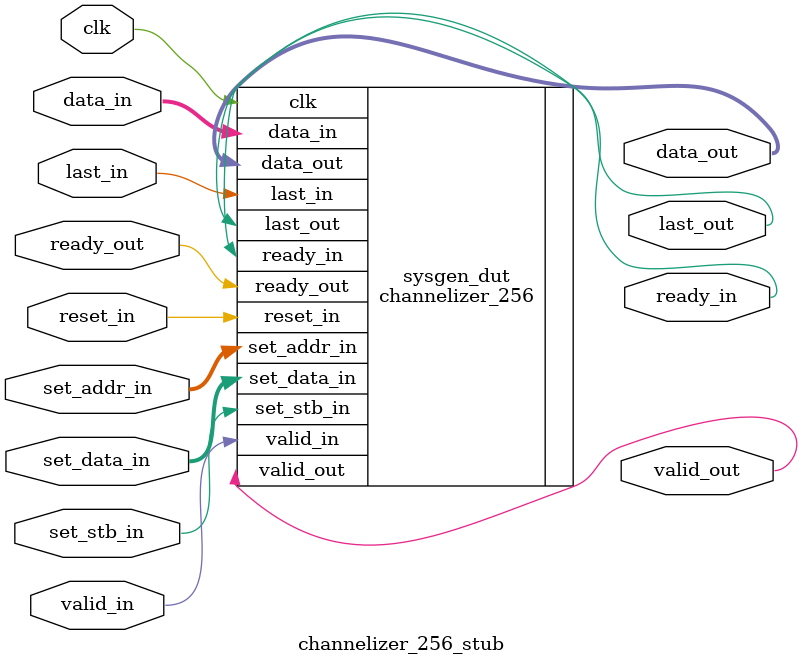
<source format=v>
`timescale 1 ns / 10 ps
module channelizer_256_stub (
  input [32-1:0] data_in,
  input [1-1:0] last_in,
  input [1-1:0] reset_in,
  input [8-1:0] set_addr_in,
  input [32-1:0] set_data_in,
  input [1-1:0] set_stb_in,
  input [1-1:0] valid_in,
  input [1-1:0] ready_out,
  input clk,
  output [1-1:0] ready_in,
  output [32-1:0] data_out,
  output [1-1:0] last_out,
  output [1-1:0] valid_out
);
  channelizer_256 sysgen_dut (
    .data_in(data_in),
    .last_in(last_in),
    .reset_in(reset_in),
    .set_addr_in(set_addr_in),
    .set_data_in(set_data_in),
    .set_stb_in(set_stb_in),
    .valid_in(valid_in),
    .ready_out(ready_out),
    .clk(clk),
    .ready_in(ready_in),
    .data_out(data_out),
    .last_out(last_out),
    .valid_out(valid_out)
  );
endmodule

</source>
